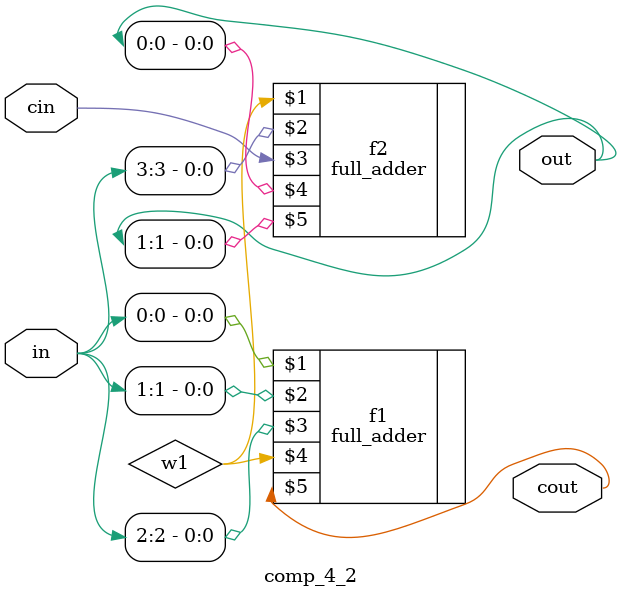
<source format=v>
`include "headers.v"
module dadda_multiplier_32(
    input [15:0] in0,
    input [15:0] in1,
    output[31:0] product
);

	wire out00, out30;
	wire [01:0] out01, out29;
	wire [02:0] out02, out28;
	wire [03:0] out03, out27;
	wire [04:0] out04, out26;
	wire [05:0] out05, out25;
	wire [06:0] out06, out24;
	wire [07:0] out07, out23;
	wire [08:0] out08, out22;
	wire [09:0] out09, out21;
	wire [10:0] out10, out20;
	wire [11:0] out11, out19;
	wire [12:0] out12, out18;
	wire [13:0] out13, out17;
	wire [14:0] out14, out16;
	wire [15:0] out15;
	
// 	and 0, 30 col
	and a0_0(out00, in0[0], in1[0]); 
	and a30_0(out30, in0[15], in1[15]); 
// 	and 1, 29 col
	and a1_0(out01[0], in0[0], in1[1]); 
	and a1_1(out01[1], in0[1], in1[0]);
	and a29_0(out29[0], in0[15], in1[14]); 
	and a29_1(out29[1], in0[14], in1[15]);

// 	and 2, 28 col 
	and a2_0(out02[0], in0[0], in1[2]); 
	and a2_1(out02[1], in0[1], in1[1]);
	and a2_2(out02[2], in0[2], in1[0]); 
	and a28_0(out28[2], in0[13], in1[15]); 
	and a28_1(out28[1], in0[14], in1[14]);
	and a28_2(out28[0], in0[15], in1[13]);

//	and 3, 27
	and_4 a3(in0[3], in0[2], in0[1], in0[0], in1[0], in1[1], in1[2], in1[3], out03[3:0]);
	and_4 a27(in0[15], in0[14], in0[13], in0[12], in1[12], in1[13], in1[14], in1[15], out27[3:0]);

// 	and 4, 26
	and_4 a4_0(in0[3], in0[2], in0[1], in0[0], in1[1], in1[2], in1[3], in1[4], out04[3:0]);
	and_4 a26_0(in0[15], in0[14], in0[13], in0[12], in1[11], in1[12], in1[13], in1[14], out26[3:0]);
	and a4_1(out04[4], in0[4], in1[0]);
	and a26_1(out26[4], in0[11], in1[15]);

//  and 5, 25
	and_4 a5_0(in0[3], in0[2], in0[1], in0[0], in1[2], in1[3], in1[4], in1[5], out05[3:0]);
	and_4 a25_0(in0[15], in0[14], in0[13], in0[12], in1[10], in1[11], in1[12], in1[13], out25[3:0]);
	and a5_1(out05[4], in0[4], in1[1]);
	and a5_2(out05[5], in0[5], in1[0]);
	and a25_1(out25[4], in0[10], in1[15]);
	and a25_2(out25[5], in0[11], in1[14]);

//	and 6, 24
	and_4 a6_0(in0[3], in0[2], in0[1], in0[0], in1[3], in1[4], in1[5], in1[6], out06[3:0]);
	and_4 a24_0(in0[15], in0[14], in0[13], in0[12], in1[09], in1[10], in1[11], in1[12], out24[3:0]);
	and a6_1(out06[4], in0[4], in1[2]);
	and a6_2(out06[5], in0[5], in1[1]);
	and a6_3(out06[6], in0[6], in1[0]);
	and a24_1(out24[4], in0[9], in1[15]);
	and a24_2(out24[5], in0[10], in1[14]);
	and a24_3(out24[6], in0[11], in1[13]);

//	and 7, 23
	and_8 a7_0(
		in0[7], in0[6], in0[5], in0[4], in0[3], in0[2], in0[1], in0[0], 
		in1[0], in1[1], in1[2], in1[3], in1[4], in1[5], in1[6], in1[7], 
		out07[7:0]
	);
	and_8 a23_0(
		in0[15], in0[14], in0[13], in0[12], in0[11], in0[10], in0[09], in0[08], 
		in1[08], in1[09], in1[10], in1[11], in1[12], in1[13], in1[14], in1[15], 
		out23[7:0]
	);

// 	and 8, 22
	and_8 a8_0(
		in0[7], in0[6], in0[5], in0[4], in0[3], in0[2], in0[1], in0[0], 
		in1[1], in1[2], in1[3], in1[4], in1[5], in1[6], in1[7], in1[8], 
		out08[7:0]
	);
	and_8 a22_0(
		in0[15], in0[14], in0[13], in0[12], in0[11], in0[10], in0[09], in0[08], 
		in1[07], in1[08], in1[09], in1[10], in1[11], in1[12], in1[13], in1[14],  
		out22[7:0]
	);
	and a8_1(out08[8], in0[8], in1[0]);
	and a22_1(out22[8], in0[7], in1[15]);

//	and 9, 21
	and_8 a9_0(
		in0[7], in0[6], in0[5], in0[4], in0[3], in0[2], in0[1], in0[0], 
		in1[2], in1[3], in1[4], in1[5], in1[6], in1[7], in1[8], in1[9],
		out09[7:0]
	);
	and_8 a21_0(
		in0[15], in0[14], in0[13], in0[12], in0[11], in0[10], in0[09], in0[08], 
		in1[06], in1[07], in1[08], in1[09], in1[10], in1[11], in1[12], in1[13], 
		out21[7:0]
	);
	and a9_1(out09[8], in0[8], in1[1]);
	and a21_1(out21[8], in0[7], in1[14]);
	and a9_2(out09[9], in0[9], in1[0]);
	and a21_2(out21[9], in0[6], in1[15]);

// 	and 10, 20
	and_8 a10_0(
		in0[7], in0[6], in0[5], in0[4], in0[3], in0[2], in0[1], in0[0], 
		in1[3], in1[4], in1[5], in1[6], in1[7], in1[8], in1[9], in1[10],
		out10[7:0]
	);
	and_8 a20_0(
		in0[15], in0[14], in0[13], in0[12], in0[11], in0[10], in0[09], in0[08], 
		in1[05], in1[06], in1[07], in1[08], in1[09], in1[10], in1[11], in1[12], 
		out20[7:0]
	);
	and a10_1(out10[8], in0[8], in1[2]);
	and a20_1(out20[8], in0[7], in1[13]);
	and a10_2(out10[9], in0[9], in1[1]);
	and a20_2(out20[9], in0[6], in1[14]);
	and a10_3(out10[10], in0[10], in1[0]);
	and a20_3(out20[10], in0[5], in1[15]);

// 	and 11, 19
	and_8 a11_0(
		in0[07], in0[06], in0[05], in0[04], in0[03], in0[02], in0[01], in0[00], 
		in1[04], in1[05], in1[06], in1[07], in1[08], in1[09], in1[10], in1[11],
		out11[7:0]
	);
	and_8 a19_0(
		in0[15], in0[14], in0[13], in0[12], in0[11], in0[10], in0[09], in0[08], 
		in1[04], in1[05], in1[06], in1[07], in1[08], in1[09], in1[10], in1[11],  
		out19[7:0]
	);
	and_4 a11_1(
		in0[08], in0[09], in0[10], in0[11],
		in1[03], in1[02], in1[01], in1[00],
		out11[11:8]
	); 
	and_4 a19_1(
		in0[07], in0[06], in0[05], in0[04],
		in1[12], in1[13], in1[14], in1[15],
		out19[11:8]
	);

// 	and 12, 18
	and_8 a12_0(
		in0[07], in0[06], in0[05], in0[04], in0[03], in0[02], in0[01], in0[00], 
		in1[05], in1[06], in1[07], in1[08], in1[09], in1[10], in1[11], in1[12],
		out12[7:0]
	);
	and_8 a18_0(
		in0[15], in0[14], in0[13], in0[12], in0[11], in0[10], in0[09], in0[08], 
		in1[03], in1[04], in1[05], in1[06], in1[07], in1[08], in1[09], in1[10], 
		out18[7:0]
	);
	and_4 a12_1(
		in0[08], in0[09], in0[10], in0[11],
		in1[04], in1[03], in1[02], in1[01],
		out12[11:8]
	); 
	and_4 a18_1(
		in0[07], in0[06], in0[05], in0[04],
		in1[11], in1[12], in1[13], in1[14],
		out18[11:8]
	);
	and a12_2(out12[12], in0[12], in1[00]);
	and a18_2(out18[12], in0[03], in1[15]);

// 	and 17, 13
	and_8 a13_0(
		in0[07], in0[06], in0[05], in0[04], in0[03], in0[02], in0[01], in0[00], 
		in1[06], in1[07], in1[08], in1[09], in1[10], in1[11], in1[12], in1[13],
		out13[7:0]
	);
	and_8 a17_0(
		in0[15], in0[14], in0[13], in0[12], in0[11], in0[10], in0[09], in0[08], 
		in1[02], in1[03], in1[04], in1[05], in1[06], in1[07], in1[08], in1[09], 
		out17[7:0]
	);
	and_4 a13_1(
		in0[08], in0[09], in0[10], in0[11],
		in1[05], in1[04], in1[03], in1[02],
		out13[11:8]
	); 
	and_4 a17_1(
		in0[07], in0[06], in0[05], in0[04],
		in1[10], in1[11], in1[12], in1[13],
		out17[11:8]
	);
	and a13_2(out13[12], in0[12], in1[01]);
	and a17_2(out17[12], in0[03], in1[14]);

	and a13_3(out13[13], in0[13], in1[00]);
	and a17_3(out17[13], in0[02], in1[15]);


//	and 14, 16
	and_8 a14_0(
		in0[07], in0[06], in0[05], in0[04], in0[03], in0[02], in0[01], in0[00], 
		in1[07], in1[08], in1[09], in1[10], in1[11], in1[12], in1[13], in1[14],
		out14[7:0]
	);
	and_8 a16_0(
		in0[15], in0[14], in0[13], in0[12], in0[11], in0[10], in0[09], in0[08], 
		in1[01], in1[02], in1[03], in1[04], in1[05], in1[06], in1[07], in1[08], 
		out16[7:0]
	);
	and_4 a14_1(
		in0[08], in0[09], in0[10], in0[11],
		in1[06], in1[05], in1[04], in1[03],
		out14[11:8]
	); 
	and_4 a16_1(
		in0[06], in0[05], in0[04], in0[03],
		in1[10], in1[11], in1[12], in1[13],
		out16[11:8]
	);
	and a14_2(out14[12], in0[12], in1[02]);
	and a16_2(out16[12], in0[03], in1[13]);

	and a14_3(out14[13], in0[13], in1[01]);
	and a16_3(out16[13], in0[02], in1[14]);

	and a14_4(out14[14], in0[14], in1[00]);
	and a16_4(out16[14], in0[01], in1[15]);


// 	and 15
	and_8 a15_0(
		in0[07], in0[06], in0[05], in0[04], in0[03], in0[02], in0[01], in0[00], 
		in1[08], in1[09], in1[10], in1[11], in1[12], in1[13], in1[14], in1[15],
		out15[7:0]
	);
	and_8 a15_1(
		in0[15], in0[14], in0[13], in0[12], in0[11], in0[10], in0[09], in0[08], 
		in1[00], in1[01], in1[02], in1[03], in1[04], in1[05], in1[06], in1[07], 
		out15[15:8]
	);
	
/*  COMPRESSION OF COLUMNS	*/

/*	STAGE 1	*/



	wire s1_out00, s1_out30;
	wire [1:0] s1_out01, s1_out29;
	wire [2:0] s1_out02, s1_out28;
	wire [3:0] s1_out03, s1_out27;
	wire [4:0] s1_out04, s1_out26;
	wire [5:0] s1_out05, s1_out25;
	wire [5:0] s1_out19, s1_out21, s1_out23;
	wire [6:0] s1_out06, s1_out08, s1_out10, s1_out12;
	wire [7:0] s1_out07, s1_out09, s1_out11, s1_out13, s1_out14, s1_out15, s1_out16, s1_out17, s1_out18, s1_out20, s1_out22, s1_out24;
	wire [39:0] s1_wire;

	assign s1_out00 = out00;
	assign s1_out01[1:0] = out01[1:0];
	assign s1_out02[2:0] = out02[2:0];
	assign s1_out03[3:0] = out03[3:0];
	assign s1_out04[4:0] = out04[4:0];
	assign s1_out05[5:0] = out05[5:0];
	assign s1_out06[6:0] = out06[6:0];
	assign s1_out07[7:0] = out07[7:0];

	assign s1_out08[4:0] = out08[4:0];
	comp_4_2 s1_col08(out08[8:5], 1'b0, s1_out08[6:5], s1_wire[0]);
	
	assign s1_out09[5:0] = out09[5:0];
	comp_4_2 s1_col09(out09[9:6], s1_wire[0], s1_out09[7:6], s1_wire[1]);

	assign s1_out10[2:0] = out10[2:0];
	comp_8_4 s1_col10(out10[10:3], {1'b0, s1_wire[1]}, s1_out10[6:3], s1_wire[3:2]);

	assign s1_out11[3:0] = out11[3:0];
	comp_8_4 s1_col11(out11[11:4], s1_wire[3:2], s1_out11[7:4], s1_wire[5:4]);

	assign s1_out12[0] = out12[0];
	comp_12_6 s1_col12(out12[12:1], {1'b0, s1_wire[5:4]}, s1_out12[6:1], s1_wire[8:6]);

	assign s1_out13[1:0] = out13[1:0];
	comp_12_6 s1_col13(out13[13:2], s1_wire[8:6], s1_out13[7:2], s1_wire[11:9]);

	comp_16_8 s1_col14({1'b0, out14[14:0]}, {1'b0, s1_wire[11:9]}, s1_out14[7:0], s1_wire[15:12]);
	comp_16_8 s1_col15(out15[15:0], s1_wire[15:12], s1_out15[7:0], s1_wire[19:16]);
	comp_16_8 s1_col16({1'b0, out16[14:0]}, s1_wire[19:16], s1_out16[7:0], s1_wire[23:20]);
	comp_16_8 s1_col17({2'b00, out17[13:0]}, s1_wire[23:20], s1_out17[7:0], s1_wire[27:24]);

	assign s1_out18[1:0] = {s1_wire[24] ,out18[0]};
	comp_12_6 s1_col18(out18[12:1], s1_wire[27:25], s1_out18[7:2], s1_wire[30:28]);
	comp_12_6 s1_col19(out19[11:0], s1_wire[30:28], s1_out19[5:0], s1_wire[33:31]);
	
	assign s1_out20[3:0] = {s1_wire[31], out20[2:0]};
	comp_8_4 s1_col20(out20[10:3], s1_wire[33:32], s1_out20[7:4], s1_wire[35:34]); 

	assign s1_out21[1:0] = out20[1:0];
	comp_8_4 s1_col21(out21[9:2], s1_wire[35:34], s1_out21[5:2], s1_wire[37:36]);

	assign s1_out22[5:0] = {s1_wire[36], out22[4:0]};
	comp_4_2 s1_col22(out22[8:5], s1_wire[37], s1_out22[7:6], s1_wire[38]);

	assign s1_out23[3:0] = out23[3:0];
	comp_4_2 col23(out23[7:4], s1_wire[38], s1_out23[5:4], s1_wire[39]);

	assign s1_out24 = {s1_wire[39], out24[6:0]};
	assign s1_out25 = out25;
	assign s1_out26 = out26;
	assign s1_out27 = out27;
	assign s1_out28 = out28;
	assign s1_out29 = out29;
	assign s1_out30 = out30;



	wire s2_out00, s2_out30;
	wire [1:0] s2_out01, s2_out27, s2_out29;
	wire [2:0] s2_out02, s2_out04;
	wire [3:0] s2_out03, s2_out28;
	wire [3:0] s2_out05, s2_out06, s2_out07, s2_out08, s2_out09, s2_out10, s2_out11, s2_out12, s2_out13, s2_out14, s2_out15, s2_out16, s2_out17, s2_out18, s2_out19, s2_out20, s2_out21, s2_out22, s2_out23, s2_out24, s2_out25, s2_out26;
	wire [43:0] s2_wire;
	
	assign s2_out00 = s1_out00;
	assign s2_out01 = s1_out01;
	assign s2_out02 = s1_out02;
	assign s2_out03 = s1_out03;
	
	assign s2_out04[0] = s1_out04[0];
	comp_4_2 s2_col4(s1_out04[4:1], 1'b0, s2_out04[2:1], s2_wire[0]);
	
	assign s2_out05[1:0] = s1_out05[1:0];
	comp_4_2 s2_col5(s1_out05[5:2], s2_wire[0], s2_out05[3:2], s2_wire[1]);
	
	comp_8_4 s2_col06({1'b0, s1_out06[6:0]}, {1'b0, s2_wire[1]}, s2_out06[3:0], s2_wire[3:2]);
	// full_adder s2_col06_1(s1_out06[4], s1_out06[5], s1_out06[6], );
	
	
	
	comp_8_4 s2_col07(s1_out07[7:0], s2_wire[3:2], s2_out07[3:0], s2_wire[5:4]);
	comp_8_4 s2_col08({1'b0, s1_out08[6:0]}, s2_wire[5:4], s2_out08[3:0], s2_wire[7:6]);
	comp_8_4 s2_col09(s1_out09[7:0], s2_wire[7:6], s2_out09[3:0], s2_wire[9:8]);
	comp_8_4 s2_col10({1'b0, s1_out10[6:0]}, s2_wire[9:8], s2_out10[3:0], s2_wire[11:10]);
	comp_8_4 s2_col11(s1_out11[7:0], s2_wire[11:10], s2_out11[3:0], s2_wire[13:12]);
	comp_8_4 s2_col12({1'b0, s1_out12[6:0]}, s2_wire[13:12], s2_out12[3:0], s2_wire[15:14]);
	comp_8_4 s2_col13(s1_out13[7:0], s2_wire[15:14], s2_out13[3:0], s2_wire[17:16]);
	comp_8_4 s2_col14(s1_out14[7:0], s2_wire[17:16], s2_out14[3:0], s2_wire[19:18]);
	comp_8_4 s2_col15(s1_out15[7:0], s2_wire[19:18], s2_out15[3:0], s2_wire[21:20]);
	comp_8_4 s2_col16(s1_out16[7:0], s2_wire[21:20], s2_out16[3:0], s2_wire[23:22]);
	comp_8_4 s2_col17(s1_out17[7:0], s2_wire[23:22], s2_out17[3:0], s2_wire[25:24]);
	comp_8_4 s2_col18( s1_out18[7:0], s2_wire[25:24], s2_out18[3:0], s2_wire[27:26]);
	comp_8_4 s2_col19({2'b00, s1_out19[5:0]}, s2_wire[27:26], s2_out19[3:0], s2_wire[29:28]);
	comp_8_4 s2_col20( s1_out20[7:0], s2_wire[29:28], s2_out20[3:0], s2_wire[31:30]);
	comp_8_4 s2_col21({2'b00, s1_out21[5:0]}, s2_wire[31:30], s2_out21[3:0], s2_wire[33:32]);
	comp_8_4 s2_col22( s1_out22[7:0], s2_wire[33:32], s2_out22[3:0], s2_wire[35:34]);
	comp_8_4 s2_col23({2'b00, s1_out23[5:0]}, s2_wire[35:34], s2_out23[3:0], s2_wire[37:36]);
	comp_8_4 s2_col24( s1_out24[7:0], s2_wire[37:36], s2_out24[3:0], s2_wire[39:38]);
	comp_8_4 s2_col25({2'b00, s1_out25[5:0]}, s2_wire[39:38], s2_out25[3:0], s2_wire[41:40]);

	assign s2_out26[1:0] = {s2_wire[40], s1_out26[0]}; 
	comp_4_2 s2_col26(s1_out26[4:1], s2_wire[41], s2_out26[3:2], s2_wire[42]);
	comp_4_2 s2_col27(s1_out27[3:0], s2_wire[42], s2_out27[1:0], s2_wire[43]);	
	assign s2_out28[3:0] = {s2_wire[43], s1_out28[2:0]};
	assign s2_out29[1:0] = s1_out29[1:0];
	assign s2_out30 = s1_out30;

	wire s3_out00;
	wire [1:0] s3_out01, s3_out02, s3_out04, s3_out03, s3_out05, s3_out06, s3_out07, s3_out08, s3_out09, s3_out10, s3_out11, s3_out12, s3_out13, s3_out14, s3_out15, s3_out16, s3_out17, s3_out18, s3_out19, s3_out20, s3_out21, s3_out22, s3_out23, s3_out24, s3_out25, s3_out26, s3_out27, s3_out28, s3_out29, s3_out30;
	wire [3:0] s3_wire;

	assign s3_out00 = s2_out00;
	assign s3_out01 = s2_out01;
	comp_4_2_8 s3_col_9_2(
		{1'b0, s2_out02[2:0]}, s2_out03[3:0], {1'b0, s2_out04[2:0]}, s2_out05[3:0], s2_out06[3:0], s2_out07[3:0], s2_out08[3:0], s2_out09[3:0], 
		1'b0,
		s3_out02[1:0], s3_out03[1:0], s3_out04[1:0], s3_out05[1:0], s3_out06[1:0], s3_out07[1:0], s3_out08[1:0], s3_out09[1:0], 
		s3_wire[0]
	);
	
	comp_4_2_8 s3_col_17_10(
		s2_out10[3:0], s2_out11[3:0], s2_out12[3:0], s2_out13[3:0], s2_out14[3:0], s2_out15[3:0], s2_out16[3:0], s2_out17[3:0], 
		s3_wire[0],
		s3_out10[1:0], s3_out11[1:0], s3_out12[1:0], s3_out13[1:0], s3_out14[1:0], s3_out15[1:0], s3_out16[1:0], s3_out17[1:0], 
		s3_wire[1]
	);

	comp_4_2_8 s3_col_25_18(
		s2_out18[3:0], s2_out19[3:0], s2_out20[3:0], s2_out21[3:0], s2_out22[3:0], s2_out23[3:0], s2_out24[3:0], s2_out25[3:0], 
		s3_wire[1],
		s3_out18[1:0], s3_out19[1:0], s3_out20[1:0], s3_out21[1:0], s3_out22[1:0], s3_out23[1:0], s3_out24[1:0], s3_out25[1:0], 
		s3_wire[2]
	);

	comp_4_2_4 col29_26(
		s2_out26[3:0], {2'b00, s2_out27[1:0]}, s2_out28[3:0], {2'b00, s2_out29[1:0]}, 
		s3_wire[2],
		s3_out26[1:0], s3_out27[1:0], s3_out28[1:0], s3_out29[1:0],
		s3_wire[3]
	);
	assign s3_out30[1:0] = {s3_wire[3], s2_out30};


	wire [31:0] row_0;
	wire [31:0] row_1;
	assign row_0[31:0] = {
		1'b0,
		s3_out30[0],
		s3_out29[0],
		s3_out28[0],
		s3_out27[0],
		s3_out26[0],
		s3_out25[0],
		s3_out24[0],
		s3_out23[0],
		s3_out22[0],
		s3_out21[0],
		s3_out20[0],
		s3_out19[0],
		s3_out18[0],
		s3_out17[0],
		s3_out16[0],
		s3_out15[0],
		s3_out14[0],
		s3_out13[0],
		s3_out12[0],
		s3_out11[0],
		s3_out10[0],
		s3_out09[0],
		s3_out08[0],
		s3_out07[0],
		s3_out06[0],
		s3_out05[0],
		s3_out04[0],
		s3_out03[0],
		s3_out02[0],
		s3_out01[0],
		s3_out00
	};
	assign row_1[31:0] = {
		1'b0,
		s3_out30[1],
		s3_out29[1],
		s3_out28[1],
		s3_out27[1],
		s3_out26[1],
		s3_out25[1],
		s3_out24[1],
		s3_out23[1],
		s3_out22[1],
		s3_out21[1],
		s3_out20[1],
		s3_out19[1],
		s3_out18[1],
		s3_out17[1],
		s3_out16[1],
		s3_out15[1],
		s3_out14[1],
		s3_out13[1],
		s3_out12[1],
		s3_out11[1],
		s3_out10[1],
		s3_out09[1],
		s3_out08[1],
		s3_out07[1],
		s3_out06[1],
		s3_out05[1],
		s3_out04[1],
		s3_out03[1],
		s3_out02[1],
		s3_out01[1], 
		1'b0
	};
	assign product[31:0] = {row_1[30:0],1'b0} + row_0[30:0];
	always @(in1, in0) begin
		$display("00 %d %d %b\t %b\t %b\t %b\t", in0, in1, out00, s1_out00, s2_out00, s3_out00);
		$display("01 %d %d %b\t %b\t %b\t %b\t", in0, in1, out01, s1_out01, s2_out01, s3_out01);
		$display("02 %d %d %b\t %b\t %b\t %b\t", in0, in1, out02, s1_out02, s2_out02, s3_out02);
		$display("03 %d %d %b\t %b\t %b\t %b\t", in0, in1, out03, s1_out03, s2_out03, s3_out03);
		$display("04 %d %d %b\t %b\t %b\t %b\t", in0, in1, out04, s1_out04, s2_out04, s3_out04);
		$display("05 %d %d %b\t %b\t %b\t %b\t", in0, in1, out05, s1_out05, s2_out05, s3_out05);
		$display("06 %d %d %b\t %b\t %b\t %b\t", in0, in1, out06, s1_out06, s2_out06, s3_out06);
		$display("07 %d %d %b\t %b\t %b\t %b\t", in0, in1, out07, s1_out07, s2_out07, s3_out07);
		$display("08 %d %d %b\t %b\t %b\t %b\t", in0, in1, out08, s1_out08, s2_out08, s3_out08);
		$display("09 %d %d %b\t %b\t %b\t %b\t", in0, in1, out09, s1_out09, s2_out09, s3_out09);
		$display("10 %d %d %b\t %b\t %b\t %b\t", in0, in1, out10, s1_out10, s2_out10, s3_out10);
		$display("11 %d %d %b\t %b\t %b\t %b\t", in0, in1, out11, s1_out11, s2_out11, s3_out11);
		$display("12 %d %d %b\t %b\t %b\t %b\t", in0, in1, out12, s1_out12, s2_out12, s3_out12);
		$display("13 %d %d %b\t %b\t %b\t %b\t", in0, in1, out13, s1_out13, s2_out13, s3_out13);
		$display("14 %d %d %b\t %b\t %b\t %b\t", in0, in1, out14, s1_out14, s2_out14, s3_out14);
		$display("15 %d %d %b\t %b\t %b\t %b\t", in0, in1, out15, s1_out15, s2_out15, s3_out15);
		$display("16 %d %d %b\t %b\t %b\t %b\t", in0, in1, out16, s1_out16, s2_out16, s3_out16);
		$display("17 %d %d %b\t %b\t %b\t %b\t", in0, in1, out17, s1_out17, s2_out17, s3_out17);
		$display("18 %d %d %b\t %b\t %b\t %b\t", in0, in1, out18, s1_out18, s2_out18, s3_out18);
		$display("19 %d %d %b\t %b\t %b\t %b\t", in0, in1, out19, s1_out19, s2_out19, s3_out19);
		$display("20 %d %d %b\t %b\t %b\t %b\t", in0, in1, out20, s1_out20, s2_out20, s3_out20);
		$display("21 %d %d %b\t %b\t %b\t %b\t", in0, in1, out21, s1_out21, s2_out21, s3_out21);
		$display("22 %d %d %b\t %b\t %b\t %b\t", in0, in1, out22, s1_out22, s2_out22, s3_out22);
		$display("23 %d %d %b\t %b\t %b\t %b\t", in0, in1, out23, s1_out23, s2_out23, s3_out23);
		$display("24 %d %d %b\t %b\t %b\t %b\t", in0, in1, out24, s1_out24, s2_out24, s3_out24);
		$display("25 %d %d %b\t %b\t %b\t %b\t", in0, in1, out25, s1_out25, s2_out25, s3_out25);
		$display("26 %d %d %b\t %b\t %b\t %b\t", in0, in1, out26, s1_out26, s2_out26, s3_out26);
		$display("27 %d %d %b\t %b\t %b\t %b\t", in0, in1, out27, s1_out27, s2_out27, s3_out27);
		$display("28 %d %d %b\t %b\t %b\t %b\t", in0, in1, out28, s1_out28, s2_out28, s3_out28);
		$display("29 %d %d %b\t %b\t %b\t %b\t", in0, in1, out29, s1_out29, s2_out29, s3_out29);
		$display("30 %d %d %b\t %b\t %b\t %b\t", in0, in1, out30, s1_out30, s2_out30, s3_out30);
		$display("row0= %d row1= %d ", row_0, row_1);
	end

endmodule


module comp_4_2(
    input [3:0] in,
    input cin,
    output [1:0] out, 
    output cout
);
    wire w1;
    full_adder f1(in[0], in[1], in[2], w1, cout);
    full_adder f2(w1, in[3], cin, out[0], out[1]);
    
endmodule
</source>
